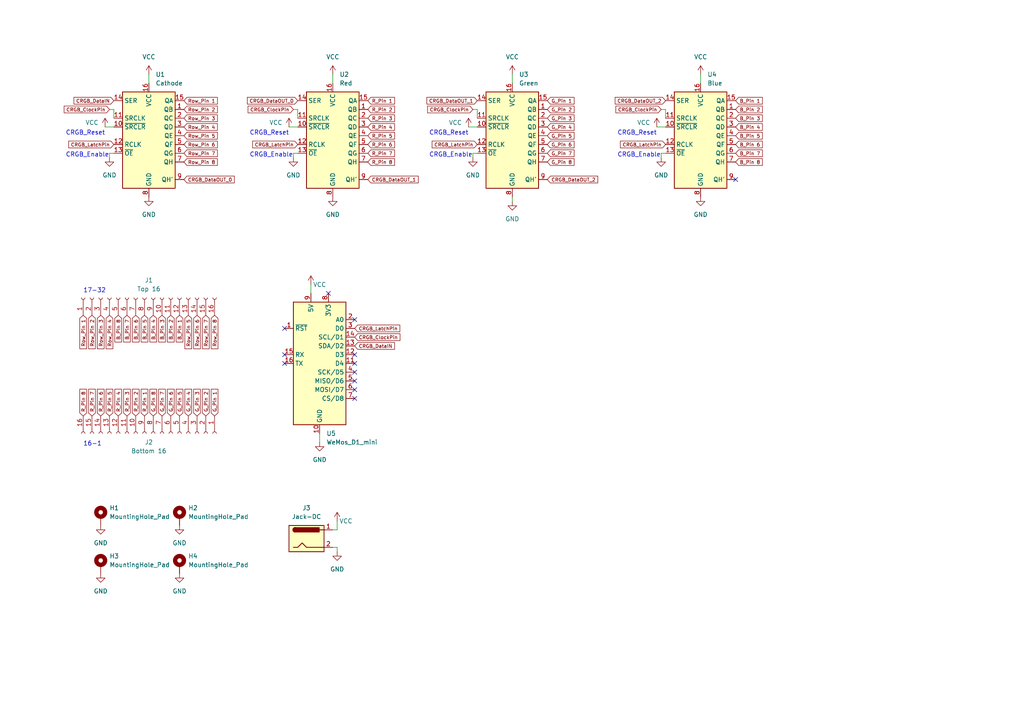
<source format=kicad_sch>
(kicad_sch (version 20231120) (generator "eeschema") (generator_version "8.0")
  (paper "A4")
  (lib_symbols
    (symbol "74xx:74HC595"
      (property "Reference" "U" (at -7.62 13.97 0))
      (property "Value" "74HC595" (at -7.62 -16.51 0))
      (symbol "74HC595_1_0"
        (pin tri_state line (at 10.16 7.62 180) (length 2.54) (name "QB") (number "1"))
        (pin input line (at -10.16 2.54 0) (length 2.54) (name "~{SRCLR}") (number "10"))
        (pin input line (at -10.16 5.08 0) (length 2.54) (name "SRCLK") (number "11"))
        (pin input line (at -10.16 -2.54 0) (length 2.54) (name "RCLK") (number "12"))
        (pin input line (at -10.16 -5.08 0) (length 2.54) (name "~{OE}") (number "13"))
        (pin input line (at -10.16 10.16 0) (length 2.54) (name "SER") (number "14"))
        (pin tri_state line (at 10.16 10.16 180) (length 2.54) (name "QA") (number "15"))
        (pin power_in line (at 0 15.24 270) (length 2.54) (name "VCC") (number "16"))
        (pin tri_state line (at 10.16 5.08 180) (length 2.54) (name "QC") (number "2"))
        (pin tri_state line (at 10.16 2.54 180) (length 2.54) (name "QD") (number "3"))
        (pin tri_state line (at 10.16 0 180) (length 2.54) (name "QE") (number "4"))
        (pin tri_state line (at 10.16 -2.54 180) (length 2.54) (name "QF") (number "5"))
        (pin tri_state line (at 10.16 -5.08 180) (length 2.54) (name "QG") (number "6"))
        (pin tri_state line (at 10.16 -7.62 180) (length 2.54) (name "QH") (number "7"))
        (pin power_in line (at 0 -17.78 90) (length 2.54) (name "GND") (number "8"))
        (pin output line (at 10.16 -12.7 180) (length 2.54) (name "QH'") (number "9"))
      )
      (symbol "74HC595_1_1"
        (rectangle (start -7.62 12.7) (end 7.62 -15.24) (stroke (width 0.254)) (fill (type background)))
      )
    )
    (symbol "Connector:Conn_01x16_Socket" (pin_names (offset 1.016) hide)
      (property "Reference" "J" (at 0 20.32 0))
      (property "Value" "Conn_01x16_Socket" (at 0 -22.86 0))
      (symbol "Conn_01x16_Socket_1_1"
        (arc (start 0 -19.812) (mid -0.5058 -20.32) (end 0 -20.828) (stroke (width 0.1524)))
        (arc (start 0 -17.272) (mid -0.5058 -17.78) (end 0 -18.288) (stroke (width 0.1524)))
        (arc (start 0 -14.732) (mid -0.5058 -15.24) (end 0 -15.748) (stroke (width 0.1524)))
        (arc (start 0 -12.192) (mid -0.5058 -12.7) (end 0 -13.208) (stroke (width 0.1524)))
        (arc (start 0 -9.652) (mid -0.5058 -10.16) (end 0 -10.668) (stroke (width 0.1524)))
        (arc (start 0 -7.112) (mid -0.5058 -7.62) (end 0 -8.128) (stroke (width 0.1524)))
        (arc (start 0 -4.572) (mid -0.5058 -5.08) (end 0 -5.588) (stroke (width 0.1524)))
        (arc (start 0 -2.032) (mid -0.5058 -2.54) (end 0 -3.048) (stroke (width 0.1524)))
        (polyline (pts (xy -1.27 -20.32) (xy -0.508 -20.32)) (stroke (width 0.1524)))
        (polyline (pts (xy -1.27 -17.78) (xy -0.508 -17.78)) (stroke (width 0.1524)))
        (polyline (pts (xy -1.27 -15.24) (xy -0.508 -15.24)) (stroke (width 0.1524)))
        (polyline (pts (xy -1.27 -12.7) (xy -0.508 -12.7)) (stroke (width 0.1524)))
        (polyline (pts (xy -1.27 -10.16) (xy -0.508 -10.16)) (stroke (width 0.1524)))
        (polyline (pts (xy -1.27 -7.62) (xy -0.508 -7.62)) (stroke (width 0.1524)))
        (polyline (pts (xy -1.27 -5.08) (xy -0.508 -5.08)) (stroke (width 0.1524)))
        (polyline (pts (xy -1.27 -2.54) (xy -0.508 -2.54)) (stroke (width 0.1524)))
        (polyline (pts (xy -1.27 0) (xy -0.508 0)) (stroke (width 0.1524)))
        (polyline (pts (xy -1.27 2.54) (xy -0.508 2.54)) (stroke (width 0.1524)))
        (polyline (pts (xy -1.27 5.08) (xy -0.508 5.08)) (stroke (width 0.1524)))
        (polyline (pts (xy -1.27 7.62) (xy -0.508 7.62)) (stroke (width 0.1524)))
        (polyline (pts (xy -1.27 10.16) (xy -0.508 10.16)) (stroke (width 0.1524)))
        (polyline (pts (xy -1.27 12.7) (xy -0.508 12.7)) (stroke (width 0.1524)))
        (polyline (pts (xy -1.27 15.24) (xy -0.508 15.24)) (stroke (width 0.1524)))
        (polyline (pts (xy -1.27 17.78) (xy -0.508 17.78)) (stroke (width 0.1524)))
        (arc (start 0 0.508) (mid -0.5058 0) (end 0 -0.508) (stroke (width 0.1524)))
        (arc (start 0 3.048) (mid -0.5058 2.54) (end 0 2.032) (stroke (width 0.1524)))
        (arc (start 0 5.588) (mid -0.5058 5.08) (end 0 4.572) (stroke (width 0.1524)))
        (arc (start 0 8.128) (mid -0.5058 7.62) (end 0 7.112) (stroke (width 0.1524)))
        (arc (start 0 10.668) (mid -0.5058 10.16) (end 0 9.652) (stroke (width 0.1524)))
        (arc (start 0 13.208) (mid -0.5058 12.7) (end 0 12.192) (stroke (width 0.1524)))
        (arc (start 0 15.748) (mid -0.5058 15.24) (end 0 14.732) (stroke (width 0.1524)))
        (arc (start 0 18.288) (mid -0.5058 17.78) (end 0 17.272) (stroke (width 0.1524)))
        (pin passive line (at -5.08 17.78 0) (length 3.81) (name "Pin_1") (number "1"))
        (pin passive line (at -5.08 -5.08 0) (length 3.81) (name "Pin_10") (number "10"))
        (pin passive line (at -5.08 -7.62 0) (length 3.81) (name "Pin_11") (number "11"))
        (pin passive line (at -5.08 -10.16 0) (length 3.81) (name "Pin_12") (number "12"))
        (pin passive line (at -5.08 -12.7 0) (length 3.81) (name "Pin_13") (number "13"))
        (pin passive line (at -5.08 -15.24 0) (length 3.81) (name "Pin_14") (number "14"))
        (pin passive line (at -5.08 -17.78 0) (length 3.81) (name "Pin_15") (number "15"))
        (pin passive line (at -5.08 -20.32 0) (length 3.81) (name "Pin_16") (number "16"))
        (pin passive line (at -5.08 15.24 0) (length 3.81) (name "Pin_2") (number "2"))
        (pin passive line (at -5.08 12.7 0) (length 3.81) (name "Pin_3") (number "3"))
        (pin passive line (at -5.08 10.16 0) (length 3.81) (name "Pin_4") (number "4"))
        (pin passive line (at -5.08 7.62 0) (length 3.81) (name "Pin_5") (number "5"))
        (pin passive line (at -5.08 5.08 0) (length 3.81) (name "Pin_6") (number "6"))
        (pin passive line (at -5.08 2.54 0) (length 3.81) (name "Pin_7") (number "7"))
        (pin passive line (at -5.08 0 0) (length 3.81) (name "Pin_8") (number "8"))
        (pin passive line (at -5.08 -2.54 0) (length 3.81) (name "Pin_9") (number "9"))
      )
    )
    (symbol "Connector:Jack-DC" (pin_names (offset 1.016))
      (property "Reference" "J" (at 0 5.334 0))
      (property "Value" "Jack-DC" (at 0 -5.08 0))
      (symbol "Jack-DC_0_1"
        (rectangle (start -5.08 3.81) (end 5.08 -3.81) (stroke (width 0.254)) (fill (type background)))
        (arc (start -3.302 3.175) (mid -3.9343 2.54) (end -3.302 1.905) (stroke (width 0.254)))
        (arc (start -3.302 3.175) (mid -3.9343 2.54) (end -3.302 1.905) (stroke (width 0.254)) (fill (type outline)))
        (polyline (pts (xy 5.08 2.54) (xy 3.81 2.54)) (stroke (width 0.254)))
        (polyline (pts (xy -3.81 -2.54) (xy -2.54 -2.54) (xy -1.27 -1.27) (xy 0 -2.54) (xy 2.54 -2.54) (xy 5.08 -2.54)) (stroke (width 0.254)))
        (rectangle (start 3.683 3.175) (end -3.302 1.905) (stroke (width 0.254)) (fill (type outline)))
      )
      (symbol "Jack-DC_1_1"
        (pin passive line (at 7.62 2.54 180) (length 2.54) (name "~") (number "1"))
        (pin passive line (at 7.62 -2.54 180) (length 2.54) (name "~") (number "2"))
      )
    )
    (symbol "MCU_Module:WeMos_D1_mini"
      (property "Reference" "U" (at 3.81 19.05 0))
      (property "Value" "WeMos_D1_mini" (at 1.27 -19.05 0))
      (symbol "WeMos_D1_mini_1_1"
        (rectangle (start -7.62 17.78) (end 7.62 -17.78) (stroke (width 0.254)) (fill (type background)))
        (pin input line (at -10.16 10.16 0) (length 2.54) (name "~{RST}") (number "1"))
        (pin power_in line (at 0 -20.32 90) (length 2.54) (name "GND") (number "10"))
        (pin bidirectional line (at 10.16 0 180) (length 2.54) (name "D4") (number "11"))
        (pin bidirectional line (at 10.16 2.54 180) (length 2.54) (name "D3") (number "12"))
        (pin bidirectional line (at 10.16 5.08 180) (length 2.54) (name "SDA/D2") (number "13"))
        (pin bidirectional line (at 10.16 7.62 180) (length 2.54) (name "SCL/D1") (number "14"))
        (pin input line (at -10.16 2.54 0) (length 2.54) (name "RX") (number "15"))
        (pin output line (at -10.16 0 0) (length 2.54) (name "TX") (number "16"))
        (pin input line (at 10.16 12.7 180) (length 2.54) (name "A0") (number "2"))
        (pin bidirectional line (at 10.16 10.16 180) (length 2.54) (name "D0") (number "3"))
        (pin bidirectional line (at 10.16 -2.54 180) (length 2.54) (name "SCK/D5") (number "4"))
        (pin bidirectional line (at 10.16 -5.08 180) (length 2.54) (name "MISO/D6") (number "5"))
        (pin bidirectional line (at 10.16 -7.62 180) (length 2.54) (name "MOSI/D7") (number "6"))
        (pin bidirectional line (at 10.16 -10.16 180) (length 2.54) (name "CS/D8") (number "7"))
        (pin power_out line (at 2.54 20.32 270) (length 2.54) (name "3V3") (number "8"))
        (pin power_in line (at -2.54 20.32 270) (length 2.54) (name "5V") (number "9"))
      )
    )
    (symbol "Mechanical:MountingHole_Pad" (pin_numbers hide) (pin_names (offset 1.016) hide)
      (property "Reference" "H" (at 0 6.35 0))
      (property "Value" "MountingHole_Pad" (at 0 4.445 0))
      (symbol "MountingHole_Pad_0_1"
        (circle (center 0 1.27) (radius 1.27) (stroke (width 1.27)))
      )
      (symbol "MountingHole_Pad_1_1"
        (pin input line (at 0 -2.54 90) (length 2.54) (name "1") (number "1"))
      )
    )
    (symbol "power:GND" (power) (pin_names (offset 0))
      (property "Value" "GND" (at 0 -3.81 0))
      (symbol "GND_0_1"
        (polyline (pts (xy 0 0) (xy 0 -1.27) (xy 1.27 -1.27) (xy 0 -2.54) (xy -1.27 -1.27) (xy 0 -1.27)))
      )
      (symbol "GND_1_1"
        (pin power_in line (at 0 0 270) (length 0) hide (name "GND") (number "1"))
      )
    )
    (symbol "power:VCC" (power) (pin_names (offset 0))
      (property "Value" "VCC" (at 0 3.81 0))
      (symbol "VCC_0_1"
        (polyline (pts (xy -0.762 1.27) (xy 0 2.54)))
        (polyline (pts (xy 0 0) (xy 0 2.54)))
        (polyline (pts (xy 0 2.54) (xy 0.762 1.27)))
      )
      (symbol "VCC_1_1"
        (pin power_in line (at 0 0 90) (length 0) hide (name "VCC") (number "1"))
      )
    )
  )
  (no_connect (at 102.87 110.49))
  (no_connect (at 213.36 52.07))
  (no_connect (at 102.87 105.41))
  (no_connect (at 82.55 102.87))
  (no_connect (at 102.87 115.57))
  (no_connect (at 102.87 113.03))
  (no_connect (at 82.55 105.41))
  (no_connect (at 102.87 107.95))
  (no_connect (at 102.87 92.71))
  (no_connect (at 95.25 85.09))
  (no_connect (at 102.87 102.87))
  (no_connect (at 82.55 95.25))
  (wire (pts (xy 137.16 44.45) (xy 137.16 45.72)))
  (wire (pts (xy 85.09 31.75) (xy 86.36 31.75)))
  (wire (pts (xy 203.2 21.59) (xy 203.2 24.13)))
  (wire (pts (xy 30.48 36.83) (xy 33.02 36.83)))
  (wire (pts (xy 90.17 82.55) (xy 90.17 85.09)))
  (wire (pts (xy 191.77 31.75) (xy 193.04 31.75)))
  (wire (pts (xy 92.71 128.27) (xy 92.71 125.73)))
  (wire (pts (xy 43.18 21.59) (xy 43.18 24.13)))
  (wire (pts (xy 85.09 44.45) (xy 85.09 45.72)))
  (wire (pts (xy 96.52 21.59) (xy 96.52 24.13)))
  (wire (pts (xy 135.89 36.83) (xy 138.43 36.83)))
  (wire (pts (xy 85.09 44.45) (xy 86.36 44.45)))
  (wire (pts (xy 96.52 158.75) (xy 97.79 158.75)))
  (wire (pts (xy 148.59 21.59) (xy 148.59 24.13)))
  (wire (pts (xy 31.75 31.75) (xy 33.02 31.75)))
  (wire (pts (xy 148.59 57.15) (xy 148.59 58.42)))
  (wire (pts (xy 137.16 31.75) (xy 138.43 31.75)))
  (wire (pts (xy 138.43 31.75) (xy 138.43 34.29)))
  (wire (pts (xy 31.75 44.45) (xy 33.02 44.45)))
  (wire (pts (xy 83.82 36.83) (xy 86.36 36.83)))
  (wire (pts (xy 33.02 31.75) (xy 33.02 34.29)))
  (wire (pts (xy 191.77 44.45) (xy 191.77 45.72)))
  (wire (pts (xy 97.79 158.75) (xy 97.79 160.02)))
  (wire (pts (xy 137.16 44.45) (xy 138.43 44.45)))
  (wire (pts (xy 97.79 151.13) (xy 97.79 153.67)))
  (wire (pts (xy 193.04 31.75) (xy 193.04 34.29)))
  (wire (pts (xy 97.79 153.67) (xy 96.52 153.67)))
  (wire (pts (xy 86.36 31.75) (xy 86.36 34.29)))
  (wire (pts (xy 190.5 36.83) (xy 193.04 36.83)))
  (wire (pts (xy 191.77 44.45) (xy 193.04 44.45)))
  (wire (pts (xy 31.75 44.45) (xy 31.75 45.72)))
  (text "CRGB_Enable" (at 72.39 45.72 0) (effects (font (size 1.27 1.27)) (justify left bottom)))
  (text "CRGB_Enable" (at 19.05 45.72 0) (effects (font (size 1.27 1.27)) (justify left bottom)))
  (text "CRGB_Enable" (at 124.46 45.72 0) (effects (font (size 1.27 1.27)) (justify left bottom)))
  (text "CRGB_Reset" (at 72.39 39.37 0) (effects (font (size 1.27 1.27)) (justify left bottom)))
  (text "CRGB_Reset" (at 179.07 39.37 0) (effects (font (size 1.27 1.27)) (justify left bottom)))
  (text "17-32" (at 24.13 85.09 0) (effects (font (size 1.27 1.27)) (justify left bottom)))
  (text "CRGB_Reset" (at 124.46 39.37 0) (effects (font (size 1.27 1.27)) (justify left bottom)))
  (text "16-1" (at 24.13 129.54 0) (effects (font (size 1.27 1.27)) (justify left bottom)))
  (text "CRGB_Reset" (at 19.05 39.37 0) (effects (font (size 1.27 1.27)) (justify left bottom)))
  (text "CRGB_Enable" (at 179.07 45.72 0) (effects (font (size 1.27 1.27)) (justify left bottom)))
  (global_label "CRGB_DataOUT_1" (shape input) (at 106.68 52.07 0) (effects (font (size 1 1))) (property "Intersheetrefs" "${INTERSHEET_REFS}" (effects (hide yes))))
  (global_label "CRGB_LatchPin" (shape input) (at 138.43 41.91 180) (effects (font (size 1 1))) (property "Intersheetrefs" "${INTERSHEET_REFS}" (effects (hide yes))))
  (global_label "CRGB_LatchPin" (shape input) (at 193.04 41.91 180) (effects (font (size 1 1))) (property "Intersheetrefs" "${INTERSHEET_REFS}" (effects (hide yes))))
  (global_label "G_Pin 6" (shape input) (at 49.53 120.65 90) (effects (font (size 1 1))) (property "Intersheetrefs" "${INTERSHEET_REFS}" (effects (hide yes))))
  (global_label "CRGB_ClockPin" (shape input) (at 137.16 31.75 180) (effects (font (size 1 1))) (property "Intersheetrefs" "${INTERSHEET_REFS}" (effects (hide yes))))
  (global_label "B_Pin 4" (shape input) (at 44.45 91.44 270) (effects (font (size 1 1))) (property "Intersheetrefs" "${INTERSHEET_REFS}" (effects (hide yes))))
  (global_label "Row_Pin 4" (shape input) (at 31.75 91.44 270) (effects (font (size 1 1))) (property "Intersheetrefs" "${INTERSHEET_REFS}" (effects (hide yes))))
  (global_label "CRGB_ClockPin" (shape input) (at 102.87 97.79 0) (effects (font (size 1 1))) (property "Intersheetrefs" "${INTERSHEET_REFS}" (effects (hide yes))))
  (global_label "R_Pin 6" (shape input) (at 29.21 120.65 90) (effects (font (size 1 1))) (property "Intersheetrefs" "${INTERSHEET_REFS}" (effects (hide yes))))
  (global_label "Row_Pin 8" (shape input) (at 62.23 91.44 270) (effects (font (size 1 1))) (property "Intersheetrefs" "${INTERSHEET_REFS}" (effects (hide yes))))
  (global_label "R_Pin 8" (shape input) (at 24.13 120.65 90) (effects (font (size 1 1))) (property "Intersheetrefs" "${INTERSHEET_REFS}" (effects (hide yes))))
  (global_label "B_Pin 3" (shape input) (at 46.99 91.44 270) (effects (font (size 1 1))) (property "Intersheetrefs" "${INTERSHEET_REFS}" (effects (hide yes))))
  (global_label "Row_Pin 6" (shape input) (at 53.34 41.91 0) (effects (font (size 1 1))) (property "Intersheetrefs" "${INTERSHEET_REFS}" (effects (hide yes))))
  (global_label "B_Pin 5" (shape input) (at 41.91 91.44 270) (effects (font (size 1 1))) (property "Intersheetrefs" "${INTERSHEET_REFS}" (effects (hide yes))))
  (global_label "R_Pin 1" (shape input) (at 106.68 29.21 0) (effects (font (size 1 1))) (property "Intersheetrefs" "${INTERSHEET_REFS}" (effects (hide yes))))
  (global_label "R_Pin 6" (shape input) (at 106.68 41.91 0) (effects (font (size 1 1))) (property "Intersheetrefs" "${INTERSHEET_REFS}" (effects (hide yes))))
  (global_label "G_Pin 2" (shape input) (at 59.69 120.65 90) (effects (font (size 1 1))) (property "Intersheetrefs" "${INTERSHEET_REFS}" (effects (hide yes))))
  (global_label "B_Pin 8" (shape input) (at 213.36 46.99 0) (effects (font (size 1 1))) (property "Intersheetrefs" "${INTERSHEET_REFS}" (effects (hide yes))))
  (global_label "R_Pin 3" (shape input) (at 36.83 120.65 90) (effects (font (size 1 1))) (property "Intersheetrefs" "${INTERSHEET_REFS}" (effects (hide yes))))
  (global_label "G_Pin 8" (shape input) (at 158.75 46.99 0) (effects (font (size 1 1))) (property "Intersheetrefs" "${INTERSHEET_REFS}" (effects (hide yes))))
  (global_label "R_Pin 4" (shape input) (at 34.29 120.65 90) (effects (font (size 1 1))) (property "Intersheetrefs" "${INTERSHEET_REFS}" (effects (hide yes))))
  (global_label "R_Pin 5" (shape input) (at 106.68 39.37 0) (effects (font (size 1 1))) (property "Intersheetrefs" "${INTERSHEET_REFS}" (effects (hide yes))))
  (global_label "B_Pin 7" (shape input) (at 213.36 44.45 0) (effects (font (size 1 1))) (property "Intersheetrefs" "${INTERSHEET_REFS}" (effects (hide yes))))
  (global_label "Row_Pin 7" (shape input) (at 59.69 91.44 270) (effects (font (size 1 1))) (property "Intersheetrefs" "${INTERSHEET_REFS}" (effects (hide yes))))
  (global_label "CRGB_DataOUT_0" (shape input) (at 86.36 29.21 180) (effects (font (size 1 1))) (property "Intersheetrefs" "${INTERSHEET_REFS}" (effects (hide yes))))
  (global_label "G_Pin 7" (shape input) (at 158.75 44.45 0) (effects (font (size 1 1))) (property "Intersheetrefs" "${INTERSHEET_REFS}" (effects (hide yes))))
  (global_label "CRGB_DataOUT_0" (shape input) (at 53.34 52.07 0) (effects (font (size 1 1))) (property "Intersheetrefs" "${INTERSHEET_REFS}" (effects (hide yes))))
  (global_label "R_Pin 2" (shape input) (at 106.68 31.75 0) (effects (font (size 1 1))) (property "Intersheetrefs" "${INTERSHEET_REFS}" (effects (hide yes))))
  (global_label "B_Pin 5" (shape input) (at 213.36 39.37 0) (effects (font (size 1 1))) (property "Intersheetrefs" "${INTERSHEET_REFS}" (effects (hide yes))))
  (global_label "CRGB_LatchPin" (shape input) (at 102.87 95.25 0) (effects (font (size 1 1))) (property "Intersheetrefs" "${INTERSHEET_REFS}" (effects (hide yes))))
  (global_label "B_Pin 4" (shape input) (at 213.36 36.83 0) (effects (font (size 1 1))) (property "Intersheetrefs" "${INTERSHEET_REFS}" (effects (hide yes))))
  (global_label "B_Pin 2" (shape input) (at 49.53 91.44 270) (effects (font (size 1 1))) (property "Intersheetrefs" "${INTERSHEET_REFS}" (effects (hide yes))))
  (global_label "B_Pin 8" (shape input) (at 34.29 91.44 270) (effects (font (size 1 1))) (property "Intersheetrefs" "${INTERSHEET_REFS}" (effects (hide yes))))
  (global_label "B_Pin 7" (shape input) (at 36.83 91.44 270) (effects (font (size 1 1))) (property "Intersheetrefs" "${INTERSHEET_REFS}" (effects (hide yes))))
  (global_label "Row_Pin 3" (shape input) (at 53.34 34.29 0) (effects (font (size 1 1))) (property "Intersheetrefs" "${INTERSHEET_REFS}" (effects (hide yes))))
  (global_label "CRGB_LatchPin" (shape input) (at 33.02 41.91 180) (effects (font (size 1 1))) (property "Intersheetrefs" "${INTERSHEET_REFS}" (effects (hide yes))))
  (global_label "B_Pin 1" (shape input) (at 52.07 91.44 270) (effects (font (size 1 1))) (property "Intersheetrefs" "${INTERSHEET_REFS}" (effects (hide yes))))
  (global_label "G_Pin 1" (shape input) (at 158.75 29.21 0) (effects (font (size 1 1))) (property "Intersheetrefs" "${INTERSHEET_REFS}" (effects (hide yes))))
  (global_label "G_Pin 4" (shape input) (at 158.75 36.83 0) (effects (font (size 1 1))) (property "Intersheetrefs" "${INTERSHEET_REFS}" (effects (hide yes))))
  (global_label "R_Pin 3" (shape input) (at 106.68 34.29 0) (effects (font (size 1 1))) (property "Intersheetrefs" "${INTERSHEET_REFS}" (effects (hide yes))))
  (global_label "Row_Pin 3" (shape input) (at 29.21 91.44 270) (effects (font (size 1 1))) (property "Intersheetrefs" "${INTERSHEET_REFS}" (effects (hide yes))))
  (global_label "Row_Pin 6" (shape input) (at 57.15 91.44 270) (effects (font (size 1 1))) (property "Intersheetrefs" "${INTERSHEET_REFS}" (effects (hide yes))))
  (global_label "CRGB_ClockPin" (shape input) (at 31.75 31.75 180) (effects (font (size 1 1))) (property "Intersheetrefs" "${INTERSHEET_REFS}" (effects (hide yes))))
  (global_label "CRGB_DataIN" (shape input) (at 102.87 100.33 0) (effects (font (size 1 1))) (property "Intersheetrefs" "${INTERSHEET_REFS}" (effects (hide yes))))
  (global_label "R_Pin 7" (shape input) (at 26.67 120.65 90) (effects (font (size 1 1))) (property "Intersheetrefs" "${INTERSHEET_REFS}" (effects (hide yes))))
  (global_label "Row_Pin 4" (shape input) (at 53.34 36.83 0) (effects (font (size 1 1))) (property "Intersheetrefs" "${INTERSHEET_REFS}" (effects (hide yes))))
  (global_label "B_Pin 1" (shape input) (at 213.36 29.21 0) (effects (font (size 1 1))) (property "Intersheetrefs" "${INTERSHEET_REFS}" (effects (hide yes))))
  (global_label "G_Pin 3" (shape input) (at 57.15 120.65 90) (effects (font (size 1 1))) (property "Intersheetrefs" "${INTERSHEET_REFS}" (effects (hide yes))))
  (global_label "G_Pin 5" (shape input) (at 158.75 39.37 0) (effects (font (size 1 1))) (property "Intersheetrefs" "${INTERSHEET_REFS}" (effects (hide yes))))
  (global_label "B_Pin 6" (shape input) (at 213.36 41.91 0) (effects (font (size 1 1))) (property "Intersheetrefs" "${INTERSHEET_REFS}" (effects (hide yes))))
  (global_label "CRGB_DataOUT_2" (shape input) (at 193.04 29.21 180) (effects (font (size 1 1))) (property "Intersheetrefs" "${INTERSHEET_REFS}" (effects (hide yes))))
  (global_label "R_Pin 1" (shape input) (at 41.91 120.65 90) (effects (font (size 1 1))) (property "Intersheetrefs" "${INTERSHEET_REFS}" (effects (hide yes))))
  (global_label "Row_Pin 7" (shape input) (at 53.34 44.45 0) (effects (font (size 1 1))) (property "Intersheetrefs" "${INTERSHEET_REFS}" (effects (hide yes))))
  (global_label "G_Pin 8" (shape input) (at 44.45 120.65 90) (effects (font (size 1 1))) (property "Intersheetrefs" "${INTERSHEET_REFS}" (effects (hide yes))))
  (global_label "R_Pin 2" (shape input) (at 39.37 120.65 90) (effects (font (size 1 1))) (property "Intersheetrefs" "${INTERSHEET_REFS}" (effects (hide yes))))
  (global_label "CRGB_DataIN" (shape input) (at 33.02 29.21 180) (effects (font (size 1 1))) (property "Intersheetrefs" "${INTERSHEET_REFS}" (effects (hide yes))))
  (global_label "B_Pin 3" (shape input) (at 213.36 34.29 0) (effects (font (size 1 1))) (property "Intersheetrefs" "${INTERSHEET_REFS}" (effects (hide yes))))
  (global_label "Row_Pin 8" (shape input) (at 53.34 46.99 0) (effects (font (size 1 1))) (property "Intersheetrefs" "${INTERSHEET_REFS}" (effects (hide yes))))
  (global_label "Row_Pin 1" (shape input) (at 24.13 91.44 270) (effects (font (size 1 1))) (property "Intersheetrefs" "${INTERSHEET_REFS}" (effects (hide yes))))
  (global_label "G_Pin 2" (shape input) (at 158.75 31.75 0) (effects (font (size 1 1))) (property "Intersheetrefs" "${INTERSHEET_REFS}" (effects (hide yes))))
  (global_label "G_Pin 1" (shape input) (at 62.23 120.65 90) (effects (font (size 1 1))) (property "Intersheetrefs" "${INTERSHEET_REFS}" (effects (hide yes))))
  (global_label "G_Pin 3" (shape input) (at 158.75 34.29 0) (effects (font (size 1 1))) (property "Intersheetrefs" "${INTERSHEET_REFS}" (effects (hide yes))))
  (global_label "CRGB_DataOUT_2" (shape input) (at 158.75 52.07 0) (effects (font (size 1 1))) (property "Intersheetrefs" "${INTERSHEET_REFS}" (effects (hide yes))))
  (global_label "R_Pin 4" (shape input) (at 106.68 36.83 0) (effects (font (size 1 1))) (property "Intersheetrefs" "${INTERSHEET_REFS}" (effects (hide yes))))
  (global_label "R_Pin 5" (shape input) (at 31.75 120.65 90) (effects (font (size 1 1))) (property "Intersheetrefs" "${INTERSHEET_REFS}" (effects (hide yes))))
  (global_label "CRGB_ClockPin" (shape input) (at 85.09 31.75 180) (effects (font (size 1 1))) (property "Intersheetrefs" "${INTERSHEET_REFS}" (effects (hide yes))))
  (global_label "B_Pin 6" (shape input) (at 39.37 91.44 270) (effects (font (size 1 1))) (property "Intersheetrefs" "${INTERSHEET_REFS}" (effects (hide yes))))
  (global_label "Row_Pin 1" (shape input) (at 53.34 29.21 0) (effects (font (size 1 1))) (property "Intersheetrefs" "${INTERSHEET_REFS}" (effects (hide yes))))
  (global_label "G_Pin 4" (shape input) (at 54.61 120.65 90) (effects (font (size 1 1))) (property "Intersheetrefs" "${INTERSHEET_REFS}" (effects (hide yes))))
  (global_label "R_Pin 8" (shape input) (at 106.68 46.99 0) (effects (font (size 1 1))) (property "Intersheetrefs" "${INTERSHEET_REFS}" (effects (hide yes))))
  (global_label "CRGB_ClockPin" (shape input) (at 191.77 31.75 180) (effects (font (size 1 1))) (property "Intersheetrefs" "${INTERSHEET_REFS}" (effects (hide yes))))
  (global_label "CRGB_LatchPin" (shape input) (at 86.36 41.91 180) (effects (font (size 1 1))) (property "Intersheetrefs" "${INTERSHEET_REFS}" (effects (hide yes))))
  (global_label "Row_Pin 2" (shape input) (at 26.67 91.44 270) (effects (font (size 1 1))) (property "Intersheetrefs" "${INTERSHEET_REFS}" (effects (hide yes))))
  (global_label "CRGB_DataOUT_1" (shape input) (at 138.43 29.21 180) (effects (font (size 1 1))) (property "Intersheetrefs" "${INTERSHEET_REFS}" (effects (hide yes))))
  (global_label "G_Pin 5" (shape input) (at 52.07 120.65 90) (effects (font (size 1 1))) (property "Intersheetrefs" "${INTERSHEET_REFS}" (effects (hide yes))))
  (global_label "G_Pin 6" (shape input) (at 158.75 41.91 0) (effects (font (size 1 1))) (property "Intersheetrefs" "${INTERSHEET_REFS}" (effects (hide yes))))
  (global_label "Row_Pin 5" (shape input) (at 53.34 39.37 0) (effects (font (size 1 1))) (property "Intersheetrefs" "${INTERSHEET_REFS}" (effects (hide yes))))
  (global_label "Row_Pin 2" (shape input) (at 53.34 31.75 0) (effects (font (size 1 1))) (property "Intersheetrefs" "${INTERSHEET_REFS}" (effects (hide yes))))
  (global_label "Row_Pin 5" (shape input) (at 54.61 91.44 270) (effects (font (size 1 1))) (property "Intersheetrefs" "${INTERSHEET_REFS}" (effects (hide yes))))
  (global_label "R_Pin 7" (shape input) (at 106.68 44.45 0) (effects (font (size 1 1))) (property "Intersheetrefs" "${INTERSHEET_REFS}" (effects (hide yes))))
  (global_label "G_Pin 7" (shape input) (at 46.99 120.65 90) (effects (font (size 1 1))) (property "Intersheetrefs" "${INTERSHEET_REFS}" (effects (hide yes))))
  (global_label "B_Pin 2" (shape input) (at 213.36 31.75 0) (effects (font (size 1 1))) (property "Intersheetrefs" "${INTERSHEET_REFS}" (effects (hide yes))))
  (symbol (lib_id "Connector:Jack-DC") (at 88.9 156.21 0) (unit 1)
    (property "Reference" "J3" (at 88.9 147.32 0))
    (property "Value" "Jack-DC" (at 88.9 149.86 0))
    (property "Footprint" "Connector_BarrelJack:BarrelJack_Horizontal" (effects (hide yes)))
  )
  (symbol (lib_id "Mechanical:MountingHole_Pad") (at 52.07 149.86 0) (unit 1)
    (property "Reference" "H2" (at 54.61 147.32 0) (effects (justify left)))
    (property "Value" "MountingHole_Pad" (at 54.61 149.86 0) (effects (justify left)))
    (property "Footprint" "MountingHole:MountingHole_3mm_Pad_TopBottom" (effects (hide yes)))
  )
  (symbol (lib_id "power:VCC") (at 148.59 21.59 0) (unit 1)
    (property "Reference" "#PWR015" (effects (hide yes)))
    (property "Value" "VCC" (at 148.59 16.51 0))
  )
  (symbol (lib_id "power:VCC") (at 30.48 36.83 0) (unit 1)
    (property "Reference" "#PWR018" (effects (hide yes)))
    (property "Value" "VCC" (at 26.67 35.56 0))
  )
  (symbol (lib_id "power:VCC") (at 43.18 21.59 0) (unit 1)
    (property "Reference" "#PWR013" (effects (hide yes)))
    (property "Value" "VCC" (at 43.18 16.51 0))
  )
  (symbol (lib_id "power:GND") (at 203.2 57.15 0) (unit 1)
    (property "Reference" "#PWR04" (effects (hide yes)))
    (property "Value" "GND" (at 203.2 62.23 0))
  )
  (symbol (lib_id "power:GND") (at 137.16 45.72 0) (unit 1)
    (property "Reference" "#PWR020" (effects (hide yes)))
    (property "Value" "GND" (at 137.16 50.8 0))
  )
  (symbol (lib_id "Mechanical:MountingHole_Pad") (at 29.21 149.86 0) (unit 1)
    (property "Reference" "H1" (at 31.75 147.32 0) (effects (justify left)))
    (property "Value" "MountingHole_Pad" (at 31.75 149.86 0) (effects (justify left)))
    (property "Footprint" "MountingHole:MountingHole_3mm_Pad_TopBottom" (effects (hide yes)))
  )
  (symbol (lib_id "power:VCC") (at 96.52 21.59 0) (unit 1)
    (property "Reference" "#PWR014" (effects (hide yes)))
    (property "Value" "VCC" (at 96.52 16.51 0))
  )
  (symbol (lib_id "74xx:74HC595") (at 43.18 39.37 0) (unit 1)
    (property "Reference" "U1" (at 45.1359 21.59 0) (effects (justify left)))
    (property "Value" "Cathode" (at 45.1359 24.13 0) (effects (justify left)))
    (property "Footprint" "Package_DIP:DIP-16_W7.62mm" (effects (hide yes)))
    (property "Datasheet" "http://www.ti.com/lit/ds/symlink/sn74hc595.pdf" (effects (hide yes)))
  )
  (symbol (lib_id "Connector:Conn_01x16_Socket") (at 44.45 125.73 270) (unit 1)
    (property "Reference" "J2" (at 43.18 128.27 90))
    (property "Value" "Bottom 16" (at 43.18 130.81 90))
    (property "Footprint" "Connector_PinSocket_2.54mm:PinSocket_1x16_P2.54mm_Vertical" (effects (hide yes)))
  )
  (symbol (lib_id "power:GND") (at 85.09 45.72 0) (unit 1)
    (property "Reference" "#PWR07" (effects (hide yes)))
    (property "Value" "GND" (at 85.09 50.8 0))
  )
  (symbol (lib_id "power:VCC") (at 203.2 21.59 0) (unit 1)
    (property "Reference" "#PWR016" (effects (hide yes)))
    (property "Value" "VCC" (at 203.2 16.51 0))
  )
  (symbol (lib_id "74xx:74HC595") (at 148.59 39.37 0) (unit 1)
    (property "Reference" "U3" (at 150.5459 21.59 0) (effects (justify left)))
    (property "Value" "Green" (at 150.5459 24.13 0) (effects (justify left)))
    (property "Footprint" "Package_DIP:DIP-16_W7.62mm" (effects (hide yes)))
    (property "Datasheet" "http://www.ti.com/lit/ds/symlink/sn74hc595.pdf" (effects (hide yes)))
  )
  (symbol (lib_id "Connector:Conn_01x16_Socket") (at 41.91 86.36 90) (unit 1)
    (property "Reference" "J1" (at 43.18 81.28 90))
    (property "Value" "Top 16" (at 43.18 83.82 90))
    (property "Footprint" "Connector_PinSocket_2.54mm:PinSocket_1x16_P2.54mm_Vertical" (effects (hide yes)))
  )
  (symbol (lib_id "power:VCC") (at 190.5 36.83 0) (unit 1)
    (property "Reference" "#PWR021" (effects (hide yes)))
    (property "Value" "VCC" (at 186.69 35.56 0))
  )
  (symbol (lib_id "power:GND") (at 148.59 58.42 0) (unit 1)
    (property "Reference" "#PWR03" (effects (hide yes)))
    (property "Value" "GND" (at 148.59 63.5 0))
  )
  (symbol (lib_id "power:GND") (at 96.52 57.15 0) (unit 1)
    (property "Reference" "#PWR02" (effects (hide yes)))
    (property "Value" "GND" (at 96.52 62.23 0))
  )
  (symbol (lib_id "power:GND") (at 43.18 57.15 0) (unit 1)
    (property "Reference" "#PWR01" (effects (hide yes)))
    (property "Value" "GND" (at 43.18 62.23 0))
  )
  (symbol (lib_id "power:GND") (at 52.07 166.37 0) (unit 1)
    (property "Reference" "#PWR09" (effects (hide yes)))
    (property "Value" "GND" (at 52.07 171.45 0))
  )
  (symbol (lib_id "power:VCC") (at 97.79 151.13 0) (unit 1)
    (property "Reference" "#PWR023" (effects (hide yes)))
    (property "Value" "VCC" (at 100.33 151.13 0))
  )
  (symbol (lib_id "power:GND") (at 52.07 152.4 0) (unit 1)
    (property "Reference" "#PWR011" (effects (hide yes)))
    (property "Value" "GND" (at 52.07 157.48 0))
  )
  (symbol (lib_id "power:VCC") (at 90.17 82.55 0) (unit 1)
    (property "Reference" "#PWR012" (effects (hide yes)))
    (property "Value" "VCC" (at 92.71 82.55 0))
  )
  (symbol (lib_id "power:VCC") (at 135.89 36.83 0) (unit 1)
    (property "Reference" "#PWR019" (effects (hide yes)))
    (property "Value" "VCC" (at 132.08 35.56 0))
  )
  (symbol (lib_id "power:GND") (at 97.79 160.02 0) (unit 1)
    (property "Reference" "#PWR024" (effects (hide yes)))
    (property "Value" "GND" (at 97.79 165.1 0))
  )
  (symbol (lib_id "74xx:74HC595") (at 96.52 39.37 0) (unit 1)
    (property "Reference" "U2" (at 98.4759 21.59 0) (effects (justify left)))
    (property "Value" "Red" (at 98.4759 24.13 0) (effects (justify left)))
    (property "Footprint" "Package_DIP:DIP-16_W7.62mm" (effects (hide yes)))
    (property "Datasheet" "http://www.ti.com/lit/ds/symlink/sn74hc595.pdf" (effects (hide yes)))
  )
  (symbol (lib_id "Mechanical:MountingHole_Pad") (at 29.21 163.83 0) (unit 1)
    (property "Reference" "H3" (at 31.75 161.29 0) (effects (justify left)))
    (property "Value" "MountingHole_Pad" (at 31.75 163.83 0) (effects (justify left)))
    (property "Footprint" "MountingHole:MountingHole_3mm_Pad_TopBottom" (effects (hide yes)))
  )
  (symbol (lib_id "power:GND") (at 31.75 45.72 0) (unit 1)
    (property "Reference" "#PWR017" (effects (hide yes)))
    (property "Value" "GND" (at 31.75 50.8 0))
  )
  (symbol (lib_id "power:GND") (at 191.77 45.72 0) (unit 1)
    (property "Reference" "#PWR022" (effects (hide yes)))
    (property "Value" "GND" (at 191.77 50.8 0))
  )
  (symbol (lib_id "power:GND") (at 92.71 128.27 0) (unit 1)
    (property "Reference" "#PWR05" (effects (hide yes)))
    (property "Value" "GND" (at 92.71 133.35 0))
  )
  (symbol (lib_id "power:VCC") (at 83.82 36.83 0) (unit 1)
    (property "Reference" "#PWR06" (effects (hide yes)))
    (property "Value" "VCC" (at 80.01 35.56 0))
  )
  (symbol (lib_id "MCU_Module:WeMos_D1_mini") (at 92.71 105.41 0) (unit 1)
    (property "Reference" "U5" (at 94.6659 125.73 0) (effects (justify left)))
    (property "Value" "WeMos_D1_mini" (at 94.6659 128.27 0) (effects (justify left)))
    (property "Footprint" "Module:WEMOS_D1_mini_light" (effects (hide yes)))
    (property "Datasheet" "https://wiki.wemos.cc/products:d1:d1_mini#documentation" (effects (hide yes)))
  )
  (symbol (lib_id "Mechanical:MountingHole_Pad") (at 52.07 163.83 0) (unit 1)
    (property "Reference" "H4" (at 54.61 161.29 0) (effects (justify left)))
    (property "Value" "MountingHole_Pad" (at 54.61 163.83 0) (effects (justify left)))
    (property "Footprint" "MountingHole:MountingHole_3mm_Pad_TopBottom" (effects (hide yes)))
  )
  (symbol (lib_id "power:GND") (at 29.21 152.4 0) (unit 1)
    (property "Reference" "#PWR010" (effects (hide yes)))
    (property "Value" "GND" (at 29.21 157.48 0))
  )
  (symbol (lib_id "74xx:74HC595") (at 203.2 39.37 0) (unit 1)
    (property "Reference" "U4" (at 205.1559 21.59 0) (effects (justify left)))
    (property "Value" "Blue" (at 205.1559 24.13 0) (effects (justify left)))
    (property "Footprint" "Package_DIP:DIP-16_W7.62mm" (effects (hide yes)))
    (property "Datasheet" "http://www.ti.com/lit/ds/symlink/sn74hc595.pdf" (effects (hide yes)))
  )
  (symbol (lib_id "power:GND") (at 29.21 166.37 0) (unit 1)
    (property "Reference" "#PWR08" (effects (hide yes)))
    (property "Value" "GND" (at 29.21 171.45 0))
  )
)
</source>
